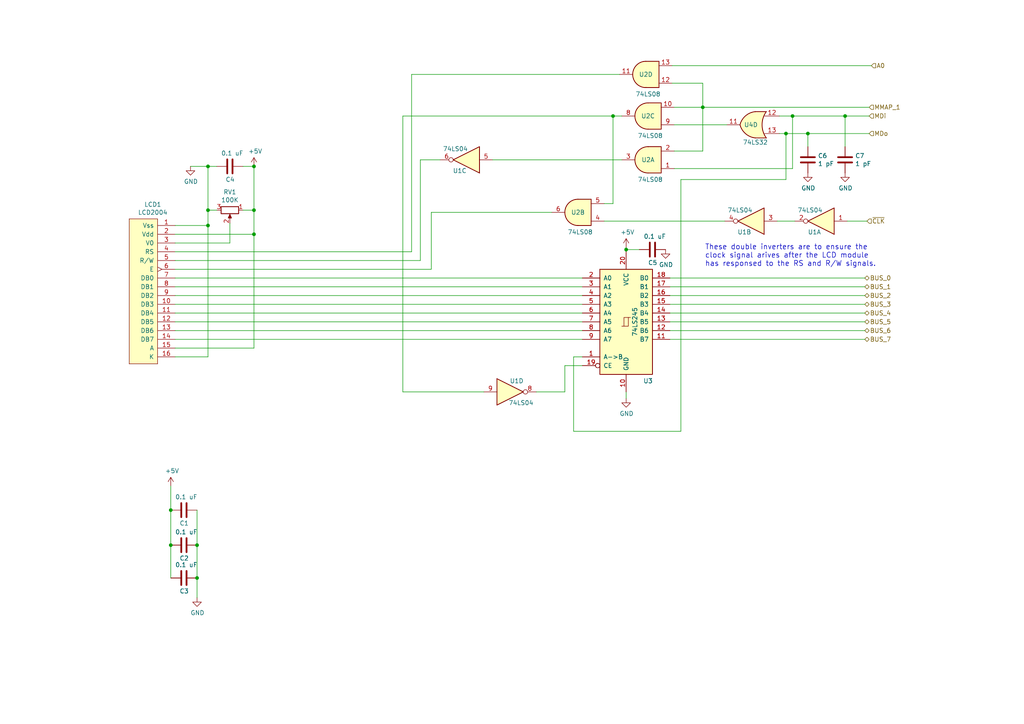
<source format=kicad_sch>
(kicad_sch (version 20211123) (generator eeschema)
  (paper "A4")
  (title_block (title "LCD Module") (comment 1 "MMAP_1 - Memory mapped IO control line. Can be any memory map control line.") (comment 2 "A0 - Finalized address line 0"))
  (lib_symbols
    (symbol "74xx:74LS04"
      (property "Reference" "U" (at 0 1.27 0))
      (property "Value" "74LS04" (at 0 -1.27 0))
      (symbol "74LS04_1_0"
        (polyline (pts (xy -3.81 3.81) (xy -3.81 -3.81) (xy 3.81 0) (xy -3.81 3.81)) (stroke (width 0.254)) (fill (type background)))
        (pin input line (at -7.62 0 0) (length 3.81) (name "~") (number "1"))
        (pin output inverted (at 7.62 0 180) (length 3.81) (name "~") (number "2"))
      )
      (symbol "74LS04_2_0"
        (polyline (pts (xy -3.81 3.81) (xy -3.81 -3.81) (xy 3.81 0) (xy -3.81 3.81)) (stroke (width 0.254)) (fill (type background)))
        (pin input line (at -7.62 0 0) (length 3.81) (name "~") (number "3"))
        (pin output inverted (at 7.62 0 180) (length 3.81) (name "~") (number "4"))
      )
      (symbol "74LS04_3_0"
        (polyline (pts (xy -3.81 3.81) (xy -3.81 -3.81) (xy 3.81 0) (xy -3.81 3.81)) (stroke (width 0.254)) (fill (type background)))
        (pin input line (at -7.62 0 0) (length 3.81) (name "~") (number "5"))
        (pin output inverted (at 7.62 0 180) (length 3.81) (name "~") (number "6"))
      )
      (symbol "74LS04_4_0"
        (polyline (pts (xy -3.81 3.81) (xy -3.81 -3.81) (xy 3.81 0) (xy -3.81 3.81)) (stroke (width 0.254)) (fill (type background)))
        (pin output inverted (at 7.62 0 180) (length 3.81) (name "~") (number "8"))
        (pin input line (at -7.62 0 0) (length 3.81) (name "~") (number "9"))
      )
      (symbol "74LS04_5_0"
        (polyline (pts (xy -3.81 3.81) (xy -3.81 -3.81) (xy 3.81 0) (xy -3.81 3.81)) (stroke (width 0.254)) (fill (type background)))
        (pin output inverted (at 7.62 0 180) (length 3.81) (name "~") (number "10"))
        (pin input line (at -7.62 0 0) (length 3.81) (name "~") (number "11"))
      )
      (symbol "74LS04_6_0"
        (polyline (pts (xy -3.81 3.81) (xy -3.81 -3.81) (xy 3.81 0) (xy -3.81 3.81)) (stroke (width 0.254)) (fill (type background)))
        (pin output inverted (at 7.62 0 180) (length 3.81) (name "~") (number "12"))
        (pin input line (at -7.62 0 0) (length 3.81) (name "~") (number "13"))
      )
      (symbol "74LS04_7_0"
        (pin power_in line (at 0 12.7 270) (length 5.08) (name "VCC") (number "14"))
        (pin power_in line (at 0 -12.7 90) (length 5.08) (name "GND") (number "7"))
      )
      (symbol "74LS04_7_1"
        (rectangle (start -5.08 7.62) (end 5.08 -7.62) (stroke (width 0.254)) (fill (type background)))
      )
    )
    (symbol "74xx:74LS08" (pin_names (offset 1.016))
      (property "Reference" "U" (at 0 1.27 0))
      (property "Value" "74LS08" (at 0 -1.27 0))
      (symbol "74LS08_1_1"
        (arc (start 0 -3.81) (mid 3.81 0) (end 0 3.81) (stroke (width 0.254)) (fill (type background)))
        (polyline (pts (xy 0 3.81) (xy -3.81 3.81) (xy -3.81 -3.81) (xy 0 -3.81)) (stroke (width 0.254)) (fill (type background)))
        (pin input line (at -7.62 2.54 0) (length 3.81) (name "~") (number "1"))
        (pin input line (at -7.62 -2.54 0) (length 3.81) (name "~") (number "2"))
        (pin output line (at 7.62 0 180) (length 3.81) (name "~") (number "3"))
      )
      (symbol "74LS08_1_2"
        (arc (start -3.81 -3.81) (mid -2.589 0) (end -3.81 3.81) (stroke (width 0.254)))
        (arc (start -0.6096 -3.81) (mid 2.1855 -2.584) (end 3.81 0) (stroke (width 0.254)) (fill (type background)))
        (polyline (pts (xy -3.81 -3.81) (xy -0.635 -3.81)) (stroke (width 0.254)) (fill (type background)))
        (polyline (pts (xy -3.81 3.81) (xy -0.635 3.81)) (stroke (width 0.254)) (fill (type background)))
        (polyline (pts (xy -0.635 3.81) (xy -3.81 3.81) (xy -3.81 3.81) (xy -3.556 3.4036) (xy -3.0226 2.2606) (xy -2.6924 1.0414) (xy -2.6162 -0.254) (xy -2.7686 -1.4986) (xy -3.175 -2.7178) (xy -3.81 -3.81) (xy -3.81 -3.81) (xy -0.635 -3.81)) (stroke (width -25.4)) (fill (type background)))
        (arc (start 3.81 0) (mid 2.1928 2.5925) (end -0.6096 3.81) (stroke (width 0.254)) (fill (type background)))
        (pin input inverted (at -7.62 2.54 0) (length 4.318) (name "~") (number "1"))
        (pin input inverted (at -7.62 -2.54 0) (length 4.318) (name "~") (number "2"))
        (pin output inverted (at 7.62 0 180) (length 3.81) (name "~") (number "3"))
      )
      (symbol "74LS08_2_1"
        (arc (start 0 -3.81) (mid 3.81 0) (end 0 3.81) (stroke (width 0.254)) (fill (type background)))
        (polyline (pts (xy 0 3.81) (xy -3.81 3.81) (xy -3.81 -3.81) (xy 0 -3.81)) (stroke (width 0.254)) (fill (type background)))
        (pin input line (at -7.62 2.54 0) (length 3.81) (name "~") (number "4"))
        (pin input line (at -7.62 -2.54 0) (length 3.81) (name "~") (number "5"))
        (pin output line (at 7.62 0 180) (length 3.81) (name "~") (number "6"))
      )
      (symbol "74LS08_2_2"
        (arc (start -3.81 -3.81) (mid -2.589 0) (end -3.81 3.81) (stroke (width 0.254)))
        (arc (start -0.6096 -3.81) (mid 2.1855 -2.584) (end 3.81 0) (stroke (width 0.254)) (fill (type background)))
        (polyline (pts (xy -3.81 -3.81) (xy -0.635 -3.81)) (stroke (width 0.254)) (fill (type background)))
        (polyline (pts (xy -3.81 3.81) (xy -0.635 3.81)) (stroke (width 0.254)) (fill (type background)))
        (polyline (pts (xy -0.635 3.81) (xy -3.81 3.81) (xy -3.81 3.81) (xy -3.556 3.4036) (xy -3.0226 2.2606) (xy -2.6924 1.0414) (xy -2.6162 -0.254) (xy -2.7686 -1.4986) (xy -3.175 -2.7178) (xy -3.81 -3.81) (xy -3.81 -3.81) (xy -0.635 -3.81)) (stroke (width -25.4)) (fill (type background)))
        (arc (start 3.81 0) (mid 2.1928 2.5925) (end -0.6096 3.81) (stroke (width 0.254)) (fill (type background)))
        (pin input inverted (at -7.62 2.54 0) (length 4.318) (name "~") (number "4"))
        (pin input inverted (at -7.62 -2.54 0) (length 4.318) (name "~") (number "5"))
        (pin output inverted (at 7.62 0 180) (length 3.81) (name "~") (number "6"))
      )
      (symbol "74LS08_3_1"
        (arc (start 0 -3.81) (mid 3.81 0) (end 0 3.81) (stroke (width 0.254)) (fill (type background)))
        (polyline (pts (xy 0 3.81) (xy -3.81 3.81) (xy -3.81 -3.81) (xy 0 -3.81)) (stroke (width 0.254)) (fill (type background)))
        (pin input line (at -7.62 -2.54 0) (length 3.81) (name "~") (number "10"))
        (pin output line (at 7.62 0 180) (length 3.81) (name "~") (number "8"))
        (pin input line (at -7.62 2.54 0) (length 3.81) (name "~") (number "9"))
      )
      (symbol "74LS08_3_2"
        (arc (start -3.81 -3.81) (mid -2.589 0) (end -3.81 3.81) (stroke (width 0.254)))
        (arc (start -0.6096 -3.81) (mid 2.1855 -2.584) (end 3.81 0) (stroke (width 0.254)) (fill (type background)))
        (polyline (pts (xy -3.81 -3.81) (xy -0.635 -3.81)) (stroke (width 0.254)) (fill (type background)))
        (polyline (pts (xy -3.81 3.81) (xy -0.635 3.81)) (stroke (width 0.254)) (fill (type background)))
        (polyline (pts (xy -0.635 3.81) (xy -3.81 3.81) (xy -3.81 3.81) (xy -3.556 3.4036) (xy -3.0226 2.2606) (xy -2.6924 1.0414) (xy -2.6162 -0.254) (xy -2.7686 -1.4986) (xy -3.175 -2.7178) (xy -3.81 -3.81) (xy -3.81 -3.81) (xy -0.635 -3.81)) (stroke (width -25.4)) (fill (type background)))
        (arc (start 3.81 0) (mid 2.1928 2.5925) (end -0.6096 3.81) (stroke (width 0.254)) (fill (type background)))
        (pin input inverted (at -7.62 -2.54 0) (length 4.318) (name "~") (number "10"))
        (pin output inverted (at 7.62 0 180) (length 3.81) (name "~") (number "8"))
        (pin input inverted (at -7.62 2.54 0) (length 4.318) (name "~") (number "9"))
      )
      (symbol "74LS08_4_1"
        (arc (start 0 -3.81) (mid 3.81 0) (end 0 3.81) (stroke (width 0.254)) (fill (type background)))
        (polyline (pts (xy 0 3.81) (xy -3.81 3.81) (xy -3.81 -3.81) (xy 0 -3.81)) (stroke (width 0.254)) (fill (type background)))
        (pin output line (at 7.62 0 180) (length 3.81) (name "~") (number "11"))
        (pin input line (at -7.62 2.54 0) (length 3.81) (name "~") (number "12"))
        (pin input line (at -7.62 -2.54 0) (length 3.81) (name "~") (number "13"))
      )
      (symbol "74LS08_4_2"
        (arc (start -3.81 -3.81) (mid -2.589 0) (end -3.81 3.81) (stroke (width 0.254)))
        (arc (start -0.6096 -3.81) (mid 2.1855 -2.584) (end 3.81 0) (stroke (width 0.254)) (fill (type background)))
        (polyline (pts (xy -3.81 -3.81) (xy -0.635 -3.81)) (stroke (width 0.254)) (fill (type background)))
        (polyline (pts (xy -3.81 3.81) (xy -0.635 3.81)) (stroke (width 0.254)) (fill (type background)))
        (polyline (pts (xy -0.635 3.81) (xy -3.81 3.81) (xy -3.81 3.81) (xy -3.556 3.4036) (xy -3.0226 2.2606) (xy -2.6924 1.0414) (xy -2.6162 -0.254) (xy -2.7686 -1.4986) (xy -3.175 -2.7178) (xy -3.81 -3.81) (xy -3.81 -3.81) (xy -0.635 -3.81)) (stroke (width -25.4)) (fill (type background)))
        (arc (start 3.81 0) (mid 2.1928 2.5925) (end -0.6096 3.81) (stroke (width 0.254)) (fill (type background)))
        (pin output inverted (at 7.62 0 180) (length 3.81) (name "~") (number "11"))
        (pin input inverted (at -7.62 2.54 0) (length 4.318) (name "~") (number "12"))
        (pin input inverted (at -7.62 -2.54 0) (length 4.318) (name "~") (number "13"))
      )
      (symbol "74LS08_5_0"
        (pin power_in line (at 0 12.7 270) (length 5.08) (name "VCC") (number "14"))
        (pin power_in line (at 0 -12.7 90) (length 5.08) (name "GND") (number "7"))
      )
      (symbol "74LS08_5_1"
        (rectangle (start -5.08 7.62) (end 5.08 -7.62) (stroke (width 0.254)) (fill (type background)))
      )
    )
    (symbol "74xx:74LS245" (pin_names (offset 1.016))
      (property "Reference" "U" (at -7.62 16.51 0))
      (property "Value" "74LS245" (at -7.62 -16.51 0))
      (symbol "74LS245_1_0"
        (polyline (pts (xy -0.635 -1.27) (xy -0.635 1.27) (xy 0.635 1.27)))
        (polyline (pts (xy -1.27 -1.27) (xy 0.635 -1.27) (xy 0.635 1.27) (xy 1.27 1.27)))
        (pin input line (at -12.7 -10.16 0) (length 5.08) (name "A->B") (number "1"))
        (pin power_in line (at 0 -20.32 90) (length 5.08) (name "GND") (number "10"))
        (pin tri_state line (at 12.7 -5.08 180) (length 5.08) (name "B7") (number "11"))
        (pin tri_state line (at 12.7 -2.54 180) (length 5.08) (name "B6") (number "12"))
        (pin tri_state line (at 12.7 0 180) (length 5.08) (name "B5") (number "13"))
        (pin tri_state line (at 12.7 2.54 180) (length 5.08) (name "B4") (number "14"))
        (pin tri_state line (at 12.7 5.08 180) (length 5.08) (name "B3") (number "15"))
        (pin tri_state line (at 12.7 7.62 180) (length 5.08) (name "B2") (number "16"))
        (pin tri_state line (at 12.7 10.16 180) (length 5.08) (name "B1") (number "17"))
        (pin tri_state line (at 12.7 12.7 180) (length 5.08) (name "B0") (number "18"))
        (pin input inverted (at -12.7 -12.7 0) (length 5.08) (name "CE") (number "19"))
        (pin tri_state line (at -12.7 12.7 0) (length 5.08) (name "A0") (number "2"))
        (pin power_in line (at 0 20.32 270) (length 5.08) (name "VCC") (number "20"))
        (pin tri_state line (at -12.7 10.16 0) (length 5.08) (name "A1") (number "3"))
        (pin tri_state line (at -12.7 7.62 0) (length 5.08) (name "A2") (number "4"))
        (pin tri_state line (at -12.7 5.08 0) (length 5.08) (name "A3") (number "5"))
        (pin tri_state line (at -12.7 2.54 0) (length 5.08) (name "A4") (number "6"))
        (pin tri_state line (at -12.7 0 0) (length 5.08) (name "A5") (number "7"))
        (pin tri_state line (at -12.7 -2.54 0) (length 5.08) (name "A6") (number "8"))
        (pin tri_state line (at -12.7 -5.08 0) (length 5.08) (name "A7") (number "9"))
      )
      (symbol "74LS245_1_1"
        (rectangle (start -7.62 15.24) (end 7.62 -15.24) (stroke (width 0.254)) (fill (type background)))
      )
    )
    (symbol "74xx:74LS32" (pin_names (offset 1.016))
      (property "Reference" "U" (at 0 1.27 0))
      (property "Value" "74LS32" (at 0 -1.27 0))
      (symbol "74LS32_1_1"
        (arc (start -3.81 -3.81) (mid -2.589 0) (end -3.81 3.81) (stroke (width 0.254)))
        (arc (start -0.6096 -3.81) (mid 2.1855 -2.584) (end 3.81 0) (stroke (width 0.254)) (fill (type background)))
        (polyline (pts (xy -3.81 -3.81) (xy -0.635 -3.81)) (stroke (width 0.254)) (fill (type background)))
        (polyline (pts (xy -3.81 3.81) (xy -0.635 3.81)) (stroke (width 0.254)) (fill (type background)))
        (polyline (pts (xy -0.635 3.81) (xy -3.81 3.81) (xy -3.81 3.81) (xy -3.556 3.4036) (xy -3.0226 2.2606) (xy -2.6924 1.0414) (xy -2.6162 -0.254) (xy -2.7686 -1.4986) (xy -3.175 -2.7178) (xy -3.81 -3.81) (xy -3.81 -3.81) (xy -0.635 -3.81)) (stroke (width -25.4)) (fill (type background)))
        (arc (start 3.81 0) (mid 2.1928 2.5925) (end -0.6096 3.81) (stroke (width 0.254)) (fill (type background)))
        (pin input line (at -7.62 2.54 0) (length 4.318) (name "~") (number "1"))
        (pin input line (at -7.62 -2.54 0) (length 4.318) (name "~") (number "2"))
        (pin output line (at 7.62 0 180) (length 3.81) (name "~") (number "3"))
      )
      (symbol "74LS32_1_2"
        (arc (start 0 -3.81) (mid 3.81 0) (end 0 3.81) (stroke (width 0.254)) (fill (type background)))
        (polyline (pts (xy 0 3.81) (xy -3.81 3.81) (xy -3.81 -3.81) (xy 0 -3.81)) (stroke (width 0.254)) (fill (type background)))
        (pin input inverted (at -7.62 2.54 0) (length 3.81) (name "~") (number "1"))
        (pin input inverted (at -7.62 -2.54 0) (length 3.81) (name "~") (number "2"))
        (pin output inverted (at 7.62 0 180) (length 3.81) (name "~") (number "3"))
      )
      (symbol "74LS32_2_1"
        (arc (start -3.81 -3.81) (mid -2.589 0) (end -3.81 3.81) (stroke (width 0.254)))
        (arc (start -0.6096 -3.81) (mid 2.1855 -2.584) (end 3.81 0) (stroke (width 0.254)) (fill (type background)))
        (polyline (pts (xy -3.81 -3.81) (xy -0.635 -3.81)) (stroke (width 0.254)) (fill (type background)))
        (polyline (pts (xy -3.81 3.81) (xy -0.635 3.81)) (stroke (width 0.254)) (fill (type background)))
        (polyline (pts (xy -0.635 3.81) (xy -3.81 3.81) (xy -3.81 3.81) (xy -3.556 3.4036) (xy -3.0226 2.2606) (xy -2.6924 1.0414) (xy -2.6162 -0.254) (xy -2.7686 -1.4986) (xy -3.175 -2.7178) (xy -3.81 -3.81) (xy -3.81 -3.81) (xy -0.635 -3.81)) (stroke (width -25.4)) (fill (type background)))
        (arc (start 3.81 0) (mid 2.1928 2.5925) (end -0.6096 3.81) (stroke (width 0.254)) (fill (type background)))
        (pin input line (at -7.62 2.54 0) (length 4.318) (name "~") (number "4"))
        (pin input line (at -7.62 -2.54 0) (length 4.318) (name "~") (number "5"))
        (pin output line (at 7.62 0 180) (length 3.81) (name "~") (number "6"))
      )
      (symbol "74LS32_2_2"
        (arc (start 0 -3.81) (mid 3.81 0) (end 0 3.81) (stroke (width 0.254)) (fill (type background)))
        (polyline (pts (xy 0 3.81) (xy -3.81 3.81) (xy -3.81 -3.81) (xy 0 -3.81)) (stroke (width 0.254)) (fill (type background)))
        (pin input inverted (at -7.62 2.54 0) (length 3.81) (name "~") (number "4"))
        (pin input inverted (at -7.62 -2.54 0) (length 3.81) (name "~") (number "5"))
        (pin output inverted (at 7.62 0 180) (length 3.81) (name "~") (number "6"))
      )
      (symbol "74LS32_3_1"
        (arc (start -3.81 -3.81) (mid -2.589 0) (end -3.81 3.81) (stroke (width 0.254)))
        (arc (start -0.6096 -3.81) (mid 2.1855 -2.584) (end 3.81 0) (stroke (width 0.254)) (fill (type background)))
        (polyline (pts (xy -3.81 -3.81) (xy -0.635 -3.81)) (stroke (width 0.254)) (fill (type background)))
        (polyline (pts (xy -3.81 3.81) (xy -0.635 3.81)) (stroke (width 0.254)) (fill (type background)))
        (polyline (pts (xy -0.635 3.81) (xy -3.81 3.81) (xy -3.81 3.81) (xy -3.556 3.4036) (xy -3.0226 2.2606) (xy -2.6924 1.0414) (xy -2.6162 -0.254) (xy -2.7686 -1.4986) (xy -3.175 -2.7178) (xy -3.81 -3.81) (xy -3.81 -3.81) (xy -0.635 -3.81)) (stroke (width -25.4)) (fill (type background)))
        (arc (start 3.81 0) (mid 2.1928 2.5925) (end -0.6096 3.81) (stroke (width 0.254)) (fill (type background)))
        (pin input line (at -7.62 -2.54 0) (length 4.318) (name "~") (number "10"))
        (pin output line (at 7.62 0 180) (length 3.81) (name "~") (number "8"))
        (pin input line (at -7.62 2.54 0) (length 4.318) (name "~") (number "9"))
      )
      (symbol "74LS32_3_2"
        (arc (start 0 -3.81) (mid 3.81 0) (end 0 3.81) (stroke (width 0.254)) (fill (type background)))
        (polyline (pts (xy 0 3.81) (xy -3.81 3.81) (xy -3.81 -3.81) (xy 0 -3.81)) (stroke (width 0.254)) (fill (type background)))
        (pin input inverted (at -7.62 -2.54 0) (length 3.81) (name "~") (number "10"))
        (pin output inverted (at 7.62 0 180) (length 3.81) (name "~") (number "8"))
        (pin input inverted (at -7.62 2.54 0) (length 3.81) (name "~") (number "9"))
      )
      (symbol "74LS32_4_1"
        (arc (start -3.81 -3.81) (mid -2.589 0) (end -3.81 3.81) (stroke (width 0.254)))
        (arc (start -0.6096 -3.81) (mid 2.1855 -2.584) (end 3.81 0) (stroke (width 0.254)) (fill (type background)))
        (polyline (pts (xy -3.81 -3.81) (xy -0.635 -3.81)) (stroke (width 0.254)) (fill (type background)))
        (polyline (pts (xy -3.81 3.81) (xy -0.635 3.81)) (stroke (width 0.254)) (fill (type background)))
        (polyline (pts (xy -0.635 3.81) (xy -3.81 3.81) (xy -3.81 3.81) (xy -3.556 3.4036) (xy -3.0226 2.2606) (xy -2.6924 1.0414) (xy -2.6162 -0.254) (xy -2.7686 -1.4986) (xy -3.175 -2.7178) (xy -3.81 -3.81) (xy -3.81 -3.81) (xy -0.635 -3.81)) (stroke (width -25.4)) (fill (type background)))
        (arc (start 3.81 0) (mid 2.1928 2.5925) (end -0.6096 3.81) (stroke (width 0.254)) (fill (type background)))
        (pin output line (at 7.62 0 180) (length 3.81) (name "~") (number "11"))
        (pin input line (at -7.62 2.54 0) (length 4.318) (name "~") (number "12"))
        (pin input line (at -7.62 -2.54 0) (length 4.318) (name "~") (number "13"))
      )
      (symbol "74LS32_4_2"
        (arc (start 0 -3.81) (mid 3.81 0) (end 0 3.81) (stroke (width 0.254)) (fill (type background)))
        (polyline (pts (xy 0 3.81) (xy -3.81 3.81) (xy -3.81 -3.81) (xy 0 -3.81)) (stroke (width 0.254)) (fill (type background)))
        (pin output inverted (at 7.62 0 180) (length 3.81) (name "~") (number "11"))
        (pin input inverted (at -7.62 2.54 0) (length 3.81) (name "~") (number "12"))
        (pin input inverted (at -7.62 -2.54 0) (length 3.81) (name "~") (number "13"))
      )
      (symbol "74LS32_5_0"
        (pin power_in line (at 0 12.7 270) (length 5.08) (name "VCC") (number "14"))
        (pin power_in line (at 0 -12.7 90) (length 5.08) (name "GND") (number "7"))
      )
      (symbol "74LS32_5_1"
        (rectangle (start -5.08 7.62) (end 5.08 -7.62) (stroke (width 0.254)) (fill (type background)))
      )
    )
    (symbol "Device:C" (pin_numbers hide) (pin_names (offset 0.254))
      (property "Reference" "C" (at 0.635 2.54 0))
      (property "Value" "C" (at 0.635 -2.54 0))
      (symbol "C_0_1"
        (polyline (pts (xy -2.032 -0.762) (xy 2.032 -0.762)) (stroke (width 0.508)))
        (polyline (pts (xy -2.032 0.762) (xy 2.032 0.762)) (stroke (width 0.508)))
      )
      (symbol "C_1_1"
        (pin passive line (at 0 3.81 270) (length 2.794) (name "~") (number "1"))
        (pin passive line (at 0 -3.81 90) (length 2.794) (name "~") (number "2"))
      )
    )
    (symbol "Device:R_POT" (pin_names (offset 1.016) hide)
      (property "Reference" "RV" (at -4.445 0 90))
      (property "Value" "Device_R_POT" (at -2.54 0 90))
      (symbol "R_POT_0_1"
        (polyline (pts (xy 2.54 0) (xy 1.524 0)))
        (polyline (pts (xy 1.143 0) (xy 2.286 0.508) (xy 2.286 -0.508) (xy 1.143 0)) (fill (type outline)))
        (rectangle (start 1.016 2.54) (end -1.016 -2.54) (stroke (width 0.254)))
      )
      (symbol "R_POT_1_1"
        (pin passive line (at 0 3.81 270) (length 1.27) (name "1") (number "1"))
        (pin passive line (at 3.81 0 180) (length 1.27) (name "2") (number "2"))
        (pin passive line (at 0 -3.81 90) (length 1.27) (name "3") (number "3"))
      )
    )
    (symbol "common-symbols:LCD2004" (pin_names (offset 1.016))
      (property "Reference" "LCD" (at 0 -22.86 0))
      (property "Value" "LCD2004" (at 0 22.606 0))
      (symbol "LCD2004_0_0"
        (pin power_in line (at 8.89 19.05 180) (length 5.08) (name "Vss") (number "1"))
        (pin bidirectional line (at 8.89 -3.81 180) (length 5.08) (name "DB3") (number "10"))
        (pin bidirectional line (at 8.89 -6.35 180) (length 5.08) (name "DB4") (number "11"))
        (pin bidirectional line (at 8.89 -8.89 180) (length 5.08) (name "DB5") (number "12"))
        (pin bidirectional line (at 8.89 -11.43 180) (length 5.08) (name "DB6") (number "13"))
        (pin bidirectional line (at 8.89 -13.97 180) (length 5.08) (name "DB7") (number "14"))
        (pin power_in line (at 8.89 -16.51 180) (length 5.08) (name "A") (number "15"))
        (pin power_in line (at 8.89 -19.05 180) (length 5.08) (name "K") (number "16"))
        (pin power_in line (at 8.89 16.51 180) (length 5.08) (name "Vdd") (number "2"))
        (pin input line (at 8.89 13.97 180) (length 5.08) (name "V0") (number "3"))
        (pin input line (at 8.89 11.43 180) (length 5.08) (name "RS") (number "4"))
        (pin input line (at 8.89 8.89 180) (length 5.08) (name "R/W") (number "5"))
        (pin input edge_clock_high (at 8.89 6.35 180) (length 5.08) (name "E") (number "6"))
        (pin bidirectional line (at 8.89 3.81 180) (length 5.08) (name "DB0") (number "7"))
        (pin bidirectional line (at 8.89 1.27 180) (length 5.08) (name "DB1") (number "8"))
        (pin bidirectional line (at 8.89 -1.27 180) (length 5.08) (name "DB2") (number "9"))
      )
      (symbol "LCD2004_0_1"
        (rectangle (start 3.81 20.955) (end -4.445 -21.082) (fill (type background)))
      )
    )
    (symbol "power:+5V" (power) (pin_names (offset 0))
      (property "Value" "+5V" (at 0 3.556 0))
      (symbol "+5V_0_1"
        (polyline (pts (xy -0.762 1.27) (xy 0 2.54)))
        (polyline (pts (xy 0 0) (xy 0 2.54)))
        (polyline (pts (xy 0 2.54) (xy 0.762 1.27)))
      )
      (symbol "+5V_1_1"
        (pin power_in line (at 0 0 90) (length 0) hide (name "+5V") (number "1"))
      )
    )
    (symbol "power:GND" (power) (pin_names (offset 0))
      (property "Value" "GND" (at 0 -3.81 0))
      (symbol "GND_0_1"
        (polyline (pts (xy 0 0) (xy 0 -1.27) (xy 1.27 -1.27) (xy 0 -2.54) (xy -1.27 -1.27) (xy 0 -1.27)))
      )
      (symbol "GND_1_1"
        (pin power_in line (at 0 0 270) (length 0) hide (name "GND") (number "1"))
      )
    )
  )
  (junction (at 203.835 31.115))
  (junction (at 73.66 48.26))
  (junction (at 49.53 147.955))
  (junction (at 181.61 72.39))
  (junction (at 73.66 60.96))
  (junction (at 60.325 60.96))
  (junction (at 234.315 38.735))
  (junction (at 73.66 67.945))
  (junction (at 60.325 48.26))
  (junction (at 60.325 65.405))
  (junction (at 57.15 158.115))
  (junction (at 49.53 158.115))
  (junction (at 227.965 38.735))
  (junction (at 245.11 33.655))
  (junction (at 177.8 33.655))
  (junction (at 57.15 167.64))
  (junction (at 229.87 33.655))
  (wire (pts (xy 116.84 33.655) (xy 116.84 113.665)))
  (wire (pts (xy 194.31 83.185) (xy 250.825 83.185)))
  (wire (pts (xy 194.945 19.05) (xy 252.73 19.05)))
  (wire (pts (xy 50.8 100.965) (xy 73.66 100.965)))
  (wire (pts (xy 70.485 60.96) (xy 73.66 60.96)))
  (wire (pts (xy 50.8 65.405) (xy 60.325 65.405)))
  (wire (pts (xy 50.8 90.805) (xy 168.91 90.805)))
  (wire (pts (xy 245.745 64.135) (xy 251.46 64.135)))
  (wire (pts (xy 226.06 38.735) (xy 227.965 38.735)))
  (wire (pts (xy 119.38 73.025) (xy 119.38 21.59)))
  (wire (pts (xy 50.8 88.265) (xy 168.91 88.265)))
  (wire (pts (xy 203.835 31.115) (xy 203.835 43.815)))
  (wire (pts (xy 227.965 52.07) (xy 197.485 52.07)))
  (wire (pts (xy 163.83 113.665) (xy 163.83 106.045)))
  (wire (pts (xy 50.8 75.565) (xy 121.92 75.565)))
  (wire (pts (xy 116.84 113.665) (xy 140.335 113.665)))
  (wire (pts (xy 50.8 78.105) (xy 125.095 78.105)))
  (wire (pts (xy 49.53 167.64) (xy 49.53 158.115)))
  (wire (pts (xy 195.58 31.115) (xy 203.835 31.115)))
  (wire (pts (xy 121.92 75.565) (xy 121.92 46.355)))
  (wire (pts (xy 60.325 103.505) (xy 60.325 65.405)))
  (wire (pts (xy 194.945 24.13) (xy 203.835 24.13)))
  (wire (pts (xy 229.87 33.655) (xy 226.06 33.655)))
  (wire (pts (xy 229.87 33.655) (xy 245.11 33.655)))
  (wire (pts (xy 181.61 113.665) (xy 181.61 115.57)))
  (wire (pts (xy 119.38 21.59) (xy 179.705 21.59)))
  (wire (pts (xy 50.8 73.025) (xy 119.38 73.025)))
  (wire (pts (xy 177.8 33.655) (xy 177.8 59.055)))
  (wire (pts (xy 62.865 60.96) (xy 60.325 60.96)))
  (wire (pts (xy 229.87 33.655) (xy 229.87 48.895)))
  (wire (pts (xy 175.26 64.135) (xy 210.185 64.135)))
  (wire (pts (xy 252.095 33.655) (xy 245.11 33.655)))
  (wire (pts (xy 57.15 158.115) (xy 57.15 167.64)))
  (wire (pts (xy 180.34 46.355) (xy 142.875 46.355)))
  (wire (pts (xy 60.325 60.96) (xy 60.325 48.26)))
  (wire (pts (xy 70.485 48.26) (xy 73.66 48.26)))
  (wire (pts (xy 227.965 38.735) (xy 234.315 38.735)))
  (wire (pts (xy 195.58 48.895) (xy 229.87 48.895)))
  (wire (pts (xy 194.31 80.645) (xy 250.825 80.645)))
  (wire (pts (xy 194.31 90.805) (xy 250.825 90.805)))
  (wire (pts (xy 60.325 48.26) (xy 55.245 48.26)))
  (wire (pts (xy 168.91 103.505) (xy 166.37 103.505)))
  (wire (pts (xy 57.15 167.64) (xy 57.15 173.355)))
  (wire (pts (xy 163.83 106.045) (xy 168.91 106.045)))
  (wire (pts (xy 155.575 113.665) (xy 163.83 113.665)))
  (wire (pts (xy 60.325 48.26) (xy 62.865 48.26)))
  (wire (pts (xy 181.61 72.39) (xy 185.42 72.39)))
  (wire (pts (xy 225.425 64.135) (xy 230.505 64.135)))
  (wire (pts (xy 50.8 98.425) (xy 168.91 98.425)))
  (wire (pts (xy 50.8 103.505) (xy 60.325 103.505)))
  (wire (pts (xy 210.82 36.195) (xy 195.58 36.195)))
  (wire (pts (xy 181.61 73.025) (xy 181.61 72.39)))
  (wire (pts (xy 166.37 125.095) (xy 197.485 125.095)))
  (wire (pts (xy 177.8 33.655) (xy 116.84 33.655)))
  (wire (pts (xy 180.34 33.655) (xy 177.8 33.655)))
  (wire (pts (xy 203.835 31.115) (xy 252.095 31.115)))
  (wire (pts (xy 227.965 52.07) (xy 227.965 38.735)))
  (wire (pts (xy 57.15 147.955) (xy 57.15 158.115)))
  (wire (pts (xy 60.325 65.405) (xy 60.325 60.96)))
  (wire (pts (xy 194.31 98.425) (xy 250.825 98.425)))
  (wire (pts (xy 50.8 67.945) (xy 73.66 67.945)))
  (wire (pts (xy 181.61 72.39) (xy 181.61 71.755)))
  (wire (pts (xy 50.8 80.645) (xy 168.91 80.645)))
  (wire (pts (xy 234.315 38.735) (xy 234.315 42.545)))
  (wire (pts (xy 66.675 70.485) (xy 66.675 64.77)))
  (wire (pts (xy 234.315 38.735) (xy 252.095 38.735)))
  (wire (pts (xy 121.92 46.355) (xy 127.635 46.355)))
  (wire (pts (xy 125.095 61.595) (xy 160.02 61.595)))
  (wire (pts (xy 203.835 43.815) (xy 195.58 43.815)))
  (wire (pts (xy 125.095 78.105) (xy 125.095 61.595)))
  (wire (pts (xy 50.8 95.885) (xy 168.91 95.885)))
  (wire (pts (xy 50.8 83.185) (xy 168.91 83.185)))
  (wire (pts (xy 73.66 60.96) (xy 73.66 67.945)))
  (wire (pts (xy 50.8 85.725) (xy 168.91 85.725)))
  (wire (pts (xy 203.835 24.13) (xy 203.835 31.115)))
  (wire (pts (xy 194.31 95.885) (xy 250.825 95.885)))
  (wire (pts (xy 50.8 70.485) (xy 66.675 70.485)))
  (wire (pts (xy 177.8 59.055) (xy 175.26 59.055)))
  (wire (pts (xy 50.8 93.345) (xy 168.91 93.345)))
  (wire (pts (xy 245.11 42.545) (xy 245.11 33.655)))
  (wire (pts (xy 166.37 103.505) (xy 166.37 125.095)))
  (wire (pts (xy 194.31 85.725) (xy 250.825 85.725)))
  (wire (pts (xy 49.53 147.955) (xy 49.53 140.97)))
  (wire (pts (xy 73.66 48.26) (xy 73.66 60.96)))
  (wire (pts (xy 194.31 88.265) (xy 250.825 88.265)))
  (wire (pts (xy 194.31 93.345) (xy 250.825 93.345)))
  (wire (pts (xy 73.66 100.965) (xy 73.66 67.945)))
  (wire (pts (xy 49.53 158.115) (xy 49.53 147.955)))
  (wire (pts (xy 197.485 52.07) (xy 197.485 125.095)))
  (text "These double inverters are to ensure the\nclock signal arives after the LCD module \nhas responsed to the RS and R/W signals." (at 204.47 77.47 0) (effects (font (size 1.4986 1.4986)) (justify left bottom)))
  (hierarchical_label "MMAP_1" (shape input) (at 252.095 31.115 0))
  (hierarchical_label "BUS_2" (shape bidirectional) (at 250.825 85.725 0))
  (hierarchical_label "MDo" (shape input) (at 252.095 38.735 0))
  (hierarchical_label "MDi" (shape input) (at 252.095 33.655 0))
  (hierarchical_label "A0" (shape input) (at 252.73 19.05 0))
  (hierarchical_label "BUS_6" (shape bidirectional) (at 250.825 95.885 0))
  (hierarchical_label "BUS_0" (shape bidirectional) (at 250.825 80.645 0))
  (hierarchical_label "BUS_3" (shape bidirectional) (at 250.825 88.265 0))
  (hierarchical_label "~{CLK}" (shape input) (at 251.46 64.135 0))
  (hierarchical_label "BUS_1" (shape bidirectional) (at 250.825 83.185 0))
  (hierarchical_label "BUS_4" (shape bidirectional) (at 250.825 90.805 0))
  (hierarchical_label "BUS_7" (shape bidirectional) (at 250.825 98.425 0))
  (hierarchical_label "BUS_5" (shape bidirectional) (at 250.825 93.345 0))
  (symbol (lib_id "common-symbols:LCD2004") (at 41.91 84.455 0) (unit 1)
    (property "Reference" "LCD1" (at 44.323 59.309 0))
    (property "Value" "LCD2004" (at 44.323 61.6204 0))
  )
  (symbol (lib_id "power:GND") (at 55.245 48.26 0) (unit 1)
    (property "Reference" "#PWR02" (effects hide))
    (property "Value" "GND" (at 55.372 52.6542 0))
  )
  (symbol (lib_id "power:+5V") (at 73.66 48.26 0) (unit 1)
    (property "Reference" "#PWR04" (effects hide))
    (property "Value" "+5V" (at 74.041 43.8658 0))
  )
  (symbol (lib_id "Device:C") (at 66.675 48.26 270) (unit 1)
    (property "Reference" "C4" (at 65.405 52.07 90) (effects (justify left)))
    (property "Value" "0.1 uF" (at 64.135 44.45 90) (effects (justify left)))
  )
  (symbol (lib_id "Device:R_POT") (at 66.675 60.96 270) (unit 1)
    (property "Reference" "RV1" (at 66.675 55.7022 90))
    (property "Value" "100K" (at 66.675 58.0136 90))
  )
  (symbol (lib_id "74xx:74LS245") (at 181.61 93.345 0) (unit 1)
    (property "Reference" "U3" (at 187.96 110.49 0))
    (property "Value" "74LS245" (at 184.15 93.345 90))
    (property "Datasheet" "http://www.ti.com/lit/gpn/sn74LS245" (effects hide))
  )
  (symbol (lib_id "74xx:74LS32") (at 218.44 36.195 0) (mirror y) (unit 4)
    (property "Reference" "U4" (at 217.805 36.195 0))
    (property "Value" "74LS32" (at 219.075 41.275 0))
    (property "Datasheet" "http://www.ti.com/lit/gpn/sn74LS32" (effects hide))
  )
  (symbol (lib_id "Device:C") (at 245.11 46.355 0) (unit 1)
    (property "Reference" "C7" (at 248.031 45.1866 0) (effects (justify left)))
    (property "Value" "1 pF" (at 248.031 47.498 0) (effects (justify left)))
  )
  (symbol (lib_id "power:GND") (at 245.11 50.165 0) (unit 1)
    (property "Reference" "#PWR09" (effects hide))
    (property "Value" "GND" (at 245.237 54.5592 0))
  )
  (symbol (lib_id "74xx:74LS08") (at 187.96 33.655 180) (unit 3)
    (property "Reference" "U2" (at 187.96 33.655 0))
    (property "Value" "74LS08" (at 188.595 39.37 0))
    (property "Datasheet" "http://www.ti.com/lit/gpn/sn74LS08" (effects hide))
  )
  (symbol (lib_id "power:+5V") (at 181.61 71.755 0) (unit 1)
    (property "Reference" "#PWR05" (effects hide))
    (property "Value" "+5V" (at 181.991 67.3608 0))
  )
  (symbol (lib_id "power:GND") (at 181.61 115.57 0) (unit 1)
    (property "Reference" "#PWR06" (effects hide))
    (property "Value" "GND" (at 181.737 119.9642 0))
  )
  (symbol (lib_id "Device:C") (at 189.23 72.39 270) (unit 1)
    (property "Reference" "C5" (at 187.96 76.2 90) (effects (justify left)))
    (property "Value" "0.1 uF" (at 186.69 68.58 90) (effects (justify left)))
  )
  (symbol (lib_id "power:GND") (at 193.04 72.39 0) (unit 1)
    (property "Reference" "#PWR07" (effects hide))
    (property "Value" "GND" (at 193.167 76.7842 0))
  )
  (symbol (lib_id "74xx:74LS04") (at 147.955 113.665 0) (unit 4)
    (property "Reference" "U1" (at 149.86 110.49 0))
    (property "Value" "74LS04" (at 151.13 116.84 0))
    (property "Datasheet" "http://www.ti.com/lit/gpn/sn74LS04" (effects hide))
  )
  (symbol (lib_id "Device:C") (at 53.34 147.955 270) (unit 1)
    (property "Reference" "C1" (at 52.07 151.765 90) (effects (justify left)))
    (property "Value" "0.1 uF" (at 50.8 144.145 90) (effects (justify left)))
  )
  (symbol (lib_id "Device:C") (at 53.34 158.115 270) (unit 1)
    (property "Reference" "C2" (at 52.07 161.925 90) (effects (justify left)))
    (property "Value" "0.1 uF" (at 50.8 154.305 90) (effects (justify left)))
  )
  (symbol (lib_id "Device:C") (at 53.34 167.64 270) (unit 1)
    (property "Reference" "C3" (at 52.07 171.45 90) (effects (justify left)))
    (property "Value" "0.1 uF" (at 50.8 163.83 90) (effects (justify left)))
  )
  (symbol (lib_id "power:GND") (at 57.15 173.355 0) (unit 1)
    (property "Reference" "#PWR03" (effects hide))
    (property "Value" "GND" (at 57.277 177.7492 0))
  )
  (symbol (lib_id "power:+5V") (at 49.53 140.97 0) (unit 1)
    (property "Reference" "#PWR01" (effects hide))
    (property "Value" "+5V" (at 49.911 136.5758 0))
  )
  (symbol (lib_id "74xx:74LS08") (at 187.325 21.59 180) (unit 4)
    (property "Reference" "U2" (at 187.325 21.59 0))
    (property "Value" "74LS08" (at 187.96 27.305 0))
    (property "Datasheet" "http://www.ti.com/lit/gpn/sn74LS08" (effects hide))
  )
  (symbol (lib_id "74xx:74LS08") (at 187.96 46.355 180) (unit 1)
    (property "Reference" "U2" (at 187.96 46.355 0))
    (property "Value" "74LS08" (at 188.595 52.07 0))
    (property "Datasheet" "http://www.ti.com/lit/gpn/sn74LS08" (effects hide))
  )
  (symbol (lib_id "74xx:74LS04") (at 135.255 46.355 180) (unit 3)
    (property "Reference" "U1" (at 133.35 49.53 0))
    (property "Value" "74LS04" (at 132.08 43.18 0))
    (property "Datasheet" "http://www.ti.com/lit/gpn/sn74LS04" (effects hide))
  )
  (symbol (lib_id "74xx:74LS08") (at 167.64 61.595 180) (unit 2)
    (property "Reference" "U2" (at 167.64 61.595 0))
    (property "Value" "74LS08" (at 168.275 67.31 0))
    (property "Datasheet" "http://www.ti.com/lit/gpn/sn74LS08" (effects hide))
  )
  (symbol (lib_id "74xx:74LS04") (at 217.805 64.135 180) (unit 2)
    (property "Reference" "U1" (at 215.9 67.31 0))
    (property "Value" "74LS04" (at 214.63 60.96 0))
    (property "Datasheet" "http://www.ti.com/lit/gpn/sn74LS04" (effects hide))
  )
  (symbol (lib_id "74xx:74LS04") (at 238.125 64.135 180) (unit 1)
    (property "Reference" "U1" (at 236.22 67.31 0))
    (property "Value" "74LS04" (at 234.95 60.96 0))
    (property "Datasheet" "http://www.ti.com/lit/gpn/sn74LS04" (effects hide))
  )
  (symbol (lib_id "power:GND") (at 234.315 50.165 0) (unit 1)
    (property "Reference" "#PWR08" (effects hide))
    (property "Value" "GND" (at 234.442 54.5592 0))
  )
  (symbol (lib_id "Device:C") (at 234.315 46.355 0) (unit 1)
    (property "Reference" "C6" (at 237.236 45.1866 0) (effects (justify left)))
    (property "Value" "1 pF" (at 237.236 47.498 0) (effects (justify left)))
  )
)
</source>
